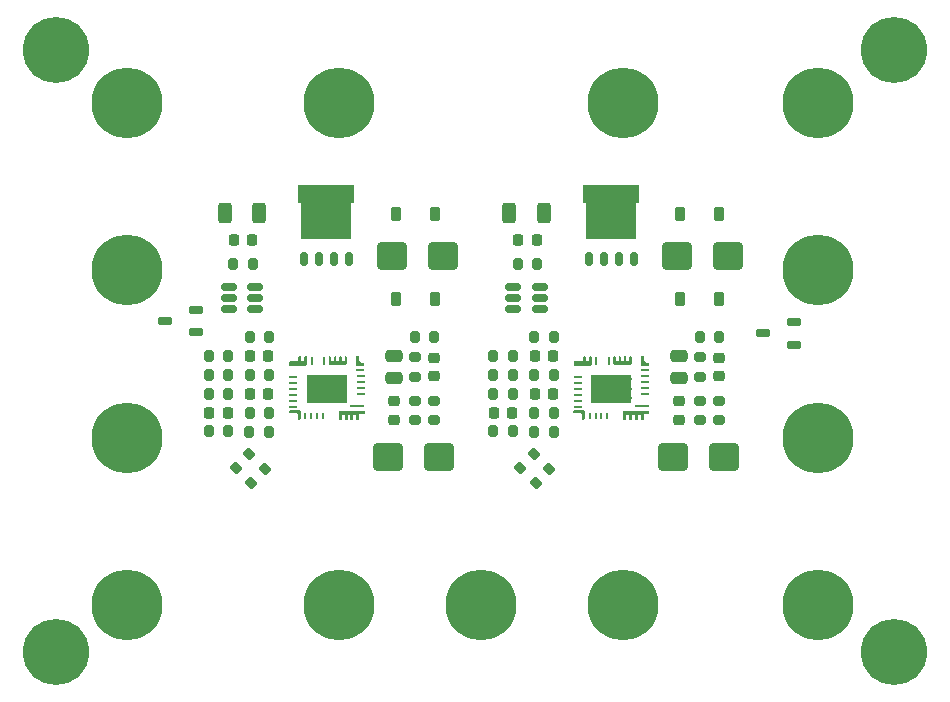
<source format=gts>
%TF.GenerationSoftware,KiCad,Pcbnew,9.0.4*%
%TF.CreationDate,2025-10-02T00:25:35-07:00*%
%TF.ProjectId,PowerBoard,506f7765-7242-46f6-9172-642e6b696361,1*%
%TF.SameCoordinates,Original*%
%TF.FileFunction,Soldermask,Top*%
%TF.FilePolarity,Negative*%
%FSLAX46Y46*%
G04 Gerber Fmt 4.6, Leading zero omitted, Abs format (unit mm)*
G04 Created by KiCad (PCBNEW 9.0.4) date 2025-10-02 00:25:35*
%MOMM*%
%LPD*%
G01*
G04 APERTURE LIST*
G04 Aperture macros list*
%AMRoundRect*
0 Rectangle with rounded corners*
0 $1 Rounding radius*
0 $2 $3 $4 $5 $6 $7 $8 $9 X,Y pos of 4 corners*
0 Add a 4 corners polygon primitive as box body*
4,1,4,$2,$3,$4,$5,$6,$7,$8,$9,$2,$3,0*
0 Add four circle primitives for the rounded corners*
1,1,$1+$1,$2,$3*
1,1,$1+$1,$4,$5*
1,1,$1+$1,$6,$7*
1,1,$1+$1,$8,$9*
0 Add four rect primitives between the rounded corners*
20,1,$1+$1,$2,$3,$4,$5,0*
20,1,$1+$1,$4,$5,$6,$7,0*
20,1,$1+$1,$6,$7,$8,$9,0*
20,1,$1+$1,$8,$9,$2,$3,0*%
%AMFreePoly0*
4,1,9,2.975000,-2.350000,1.425000,-2.350000,1.425000,-2.100000,-1.650000,-2.100000,-1.650000,2.100000,1.425000,2.100000,1.425000,2.350000,2.975000,2.350000,2.975000,-2.350000,2.975000,-2.350000,$1*%
%AMFreePoly1*
4,1,13,0.175001,0.249999,0.175001,-0.475001,0.125001,-0.525001,-0.074999,-0.525001,-0.124998,-0.475001,-0.124998,-0.050000,-0.224998,0.049999,-0.474998,0.049999,-0.525000,0.099999,-0.524998,0.249999,-0.474998,0.299999,0.125001,0.299999,0.175001,0.249999,0.175001,0.249999,$1*%
%AMFreePoly2*
4,1,17,0.099997,0.600002,0.099997,0.200003,0.199999,0.100003,0.774997,0.100003,0.824999,0.050003,0.824997,-0.099997,0.774997,-0.149999,-0.025002,-0.149999,-0.054092,-0.120907,-0.075001,-0.112247,-0.112247,-0.075001,-0.120907,-0.054092,-0.150003,-0.024998,-0.150003,0.600002,-0.100003,0.650002,0.049997,0.650002,0.099997,0.600002,0.099997,0.600002,$1*%
G04 Aperture macros list end*
%ADD10C,0.000000*%
%ADD11RoundRect,0.175000X-0.175000X-0.400000X0.175000X-0.400000X0.175000X0.400000X-0.175000X0.400000X0*%
%ADD12FreePoly0,90.000000*%
%ADD13RoundRect,0.250000X1.000000X0.900000X-1.000000X0.900000X-1.000000X-0.900000X1.000000X-0.900000X0*%
%ADD14RoundRect,0.225000X-0.225000X-0.375000X0.225000X-0.375000X0.225000X0.375000X-0.225000X0.375000X0*%
%ADD15RoundRect,0.250000X0.312500X0.625000X-0.312500X0.625000X-0.312500X-0.625000X0.312500X-0.625000X0*%
%ADD16R,0.650001X0.249999*%
%ADD17R,0.700001X0.249999*%
%ADD18FreePoly1,180.000000*%
%ADD19R,0.249999X0.750001*%
%ADD20FreePoly2,180.000000*%
%ADD21R,0.249999X0.599999*%
%ADD22R,1.300000X0.249999*%
%ADD23C,0.499999*%
%ADD24R,3.400001X2.350000*%
%ADD25RoundRect,0.162500X0.447500X0.162500X-0.447500X0.162500X-0.447500X-0.162500X0.447500X-0.162500X0*%
%ADD26C,6.000000*%
%ADD27RoundRect,0.200000X-0.200000X-0.275000X0.200000X-0.275000X0.200000X0.275000X-0.200000X0.275000X0*%
%ADD28RoundRect,0.225000X0.225000X0.250000X-0.225000X0.250000X-0.225000X-0.250000X0.225000X-0.250000X0*%
%ADD29RoundRect,0.200000X0.200000X0.275000X-0.200000X0.275000X-0.200000X-0.275000X0.200000X-0.275000X0*%
%ADD30RoundRect,0.150000X-0.512500X-0.150000X0.512500X-0.150000X0.512500X0.150000X-0.512500X0.150000X0*%
%ADD31C,5.600000*%
%ADD32RoundRect,0.200000X-0.053033X0.335876X-0.335876X0.053033X0.053033X-0.335876X0.335876X-0.053033X0*%
%ADD33RoundRect,0.225000X-0.250000X0.225000X-0.250000X-0.225000X0.250000X-0.225000X0.250000X0.225000X0*%
%ADD34RoundRect,0.225000X0.250000X-0.225000X0.250000X0.225000X-0.250000X0.225000X-0.250000X-0.225000X0*%
%ADD35RoundRect,0.200000X-0.275000X0.200000X-0.275000X-0.200000X0.275000X-0.200000X0.275000X0.200000X0*%
%ADD36RoundRect,0.250000X0.475000X-0.250000X0.475000X0.250000X-0.475000X0.250000X-0.475000X-0.250000X0*%
%ADD37RoundRect,0.200000X0.275000X-0.200000X0.275000X0.200000X-0.275000X0.200000X-0.275000X-0.200000X0*%
G04 APERTURE END LIST*
D10*
%TO.C,U12*%
G36*
X157406445Y-102981750D02*
G01*
X157406445Y-103331750D01*
X157456445Y-103381752D01*
X157606445Y-103381749D01*
X157656447Y-103331752D01*
X157656447Y-102981750D01*
X157706447Y-102931750D01*
X157856447Y-102931750D01*
X157906447Y-102981750D01*
X157906447Y-103631751D01*
X157781446Y-103781751D01*
X156406445Y-103781751D01*
X156356447Y-103731751D01*
X156356447Y-103431752D01*
X156406447Y-103381752D01*
X157106448Y-103381752D01*
X157156446Y-103331752D01*
X157156446Y-102981750D01*
X157206446Y-102931750D01*
X157356448Y-102931750D01*
X157406445Y-102981750D01*
G37*
G36*
X159906445Y-102981750D02*
G01*
X159906445Y-103331750D01*
X159956445Y-103381749D01*
X160106445Y-103381749D01*
X160156445Y-103331750D01*
X160156445Y-102981750D01*
X160206447Y-102931750D01*
X160306447Y-102931750D01*
X160356447Y-102981750D01*
X160356444Y-103331750D01*
X160406447Y-103381749D01*
X160556447Y-103381749D01*
X160606444Y-103331750D01*
X160606444Y-102981750D01*
X160656444Y-102931750D01*
X160756446Y-102931750D01*
X160806446Y-102981750D01*
X160806446Y-103331750D01*
X160856446Y-103381749D01*
X161006446Y-103381749D01*
X161056446Y-103331750D01*
X161056446Y-102981750D01*
X161106445Y-102931750D01*
X161206445Y-102931750D01*
X161256445Y-102981750D01*
X161256445Y-103556750D01*
X161131447Y-103681749D01*
X159831447Y-103681749D01*
X159706446Y-103556750D01*
X159706446Y-102981750D01*
X159756446Y-102931750D01*
X159856445Y-102931750D01*
X159906445Y-102981750D01*
G37*
G36*
X162706445Y-107556750D02*
G01*
X162756447Y-107606747D01*
X162756445Y-107756750D01*
X162706445Y-107806749D01*
X162356445Y-107806749D01*
X162306446Y-107856749D01*
X162306446Y-108281750D01*
X162256446Y-108331750D01*
X162106446Y-108331750D01*
X162056446Y-108281750D01*
X162056446Y-107931750D01*
X162006446Y-107881751D01*
X161856446Y-107881751D01*
X161806447Y-107931750D01*
X161806447Y-108281750D01*
X161756447Y-108331750D01*
X161606444Y-108331750D01*
X161556445Y-108281750D01*
X161556445Y-107931750D01*
X161506447Y-107881751D01*
X161356447Y-107881751D01*
X161306445Y-107931750D01*
X161306445Y-108281750D01*
X161256445Y-108331750D01*
X161106445Y-108331750D01*
X161056446Y-108281750D01*
X161056446Y-107931750D01*
X161006446Y-107881751D01*
X160856446Y-107881751D01*
X160806446Y-107931750D01*
X160806446Y-108281750D01*
X160756446Y-108331750D01*
X160606446Y-108331750D01*
X160556447Y-108281750D01*
X160556447Y-107606747D01*
X160606446Y-107556747D01*
X162706445Y-107556750D01*
G37*
%TO.C,U14*%
G36*
X138606445Y-107556750D02*
G01*
X138656447Y-107606747D01*
X138656445Y-107756750D01*
X138606445Y-107806749D01*
X138256445Y-107806749D01*
X138206446Y-107856749D01*
X138206446Y-108281750D01*
X138156446Y-108331750D01*
X138006446Y-108331750D01*
X137956446Y-108281750D01*
X137956446Y-107931750D01*
X137906446Y-107881751D01*
X137756446Y-107881751D01*
X137706447Y-107931750D01*
X137706447Y-108281750D01*
X137656447Y-108331750D01*
X137506444Y-108331750D01*
X137456445Y-108281750D01*
X137456445Y-107931750D01*
X137406447Y-107881751D01*
X137256447Y-107881751D01*
X137206445Y-107931750D01*
X137206445Y-108281750D01*
X137156445Y-108331750D01*
X137006445Y-108331750D01*
X136956446Y-108281750D01*
X136956446Y-107931750D01*
X136906446Y-107881751D01*
X136756446Y-107881751D01*
X136706446Y-107931750D01*
X136706446Y-108281750D01*
X136656446Y-108331750D01*
X136506446Y-108331750D01*
X136456447Y-108281750D01*
X136456447Y-107606747D01*
X136506446Y-107556747D01*
X138606445Y-107556750D01*
G37*
G36*
X135806445Y-102981750D02*
G01*
X135806445Y-103331750D01*
X135856445Y-103381749D01*
X136006445Y-103381749D01*
X136056445Y-103331750D01*
X136056445Y-102981750D01*
X136106447Y-102931750D01*
X136206447Y-102931750D01*
X136256447Y-102981750D01*
X136256444Y-103331750D01*
X136306447Y-103381749D01*
X136456447Y-103381749D01*
X136506444Y-103331750D01*
X136506444Y-102981750D01*
X136556444Y-102931750D01*
X136656446Y-102931750D01*
X136706446Y-102981750D01*
X136706446Y-103331750D01*
X136756446Y-103381749D01*
X136906446Y-103381749D01*
X136956446Y-103331750D01*
X136956446Y-102981750D01*
X137006445Y-102931750D01*
X137106445Y-102931750D01*
X137156445Y-102981750D01*
X137156445Y-103556750D01*
X137031447Y-103681749D01*
X135731447Y-103681749D01*
X135606446Y-103556750D01*
X135606446Y-102981750D01*
X135656446Y-102931750D01*
X135756445Y-102931750D01*
X135806445Y-102981750D01*
G37*
G36*
X133306445Y-102981750D02*
G01*
X133306445Y-103331750D01*
X133356445Y-103381752D01*
X133506445Y-103381749D01*
X133556447Y-103331752D01*
X133556447Y-102981750D01*
X133606447Y-102931750D01*
X133756447Y-102931750D01*
X133806447Y-102981750D01*
X133806447Y-103631751D01*
X133681446Y-103781751D01*
X132306445Y-103781751D01*
X132256447Y-103731751D01*
X132256447Y-103431752D01*
X132306447Y-103381752D01*
X133006448Y-103381752D01*
X133056446Y-103331752D01*
X133056446Y-102981750D01*
X133106446Y-102931750D01*
X133256448Y-102931750D01*
X133306445Y-102981750D01*
G37*
%TD*%
D11*
%TO.C,Q4*%
X136061447Y-94670000D03*
X134781447Y-94670000D03*
X133511447Y-94670000D03*
X137331447Y-94670000D03*
D12*
X135421447Y-91400000D03*
%TD*%
%TO.C,Q3*%
X159521447Y-91400000D03*
D11*
X161431447Y-94670000D03*
X157611447Y-94670000D03*
X158881447Y-94670000D03*
X160161447Y-94670000D03*
%TD*%
D13*
%TO.C,D10*%
X169391447Y-94481750D03*
X165091447Y-94481750D03*
%TD*%
D14*
%TO.C,D12*%
X165391447Y-90881750D03*
X168691447Y-90881750D03*
%TD*%
%TO.C,D11*%
X165391447Y-98081750D03*
X168691447Y-98081750D03*
%TD*%
D15*
%TO.C,R50*%
X153841447Y-90806750D03*
X150916447Y-90806750D03*
%TD*%
D16*
%TO.C,U12*%
X162431447Y-106131749D03*
X162431447Y-105631750D03*
X162431447Y-105131751D03*
X162431447Y-104631749D03*
D17*
X162406445Y-104131750D03*
D18*
X162231447Y-103456751D03*
D19*
X159331445Y-103306751D03*
X158281445Y-103306751D03*
D16*
X156681445Y-104706751D03*
X156681445Y-105206750D03*
X156681445Y-105706751D03*
X156681445Y-106206750D03*
X156681445Y-106706749D03*
X156681445Y-107206751D03*
D20*
X157181444Y-107681748D03*
D21*
X157706447Y-108031750D03*
X158206446Y-108031750D03*
X158706445Y-108031750D03*
X159206447Y-108031750D03*
D22*
X162106446Y-107181749D03*
D23*
X161006446Y-106506750D03*
X161006446Y-105706751D03*
X161006446Y-104906750D03*
X160146445Y-106506750D03*
X160146445Y-105706751D03*
X160146445Y-104906750D03*
D24*
X159556446Y-105706751D03*
D23*
X158966447Y-106506750D03*
X158966447Y-105706751D03*
X158966447Y-104906750D03*
X158106446Y-106506750D03*
X158106446Y-105706751D03*
X158106446Y-104906750D03*
%TD*%
%TO.C,U14*%
X134006446Y-104906750D03*
X134006446Y-105706751D03*
X134006446Y-106506750D03*
X134866447Y-104906750D03*
X134866447Y-105706751D03*
X134866447Y-106506750D03*
D24*
X135456446Y-105706751D03*
D23*
X136046445Y-104906750D03*
X136046445Y-105706751D03*
X136046445Y-106506750D03*
X136906446Y-104906750D03*
X136906446Y-105706751D03*
X136906446Y-106506750D03*
D22*
X138006446Y-107181749D03*
D21*
X135106447Y-108031750D03*
X134606445Y-108031750D03*
X134106446Y-108031750D03*
X133606447Y-108031750D03*
D20*
X133081444Y-107681748D03*
D16*
X132581445Y-107206751D03*
X132581445Y-106706749D03*
X132581445Y-106206750D03*
X132581445Y-105706751D03*
X132581445Y-105206750D03*
X132581445Y-104706751D03*
D19*
X134181445Y-103306751D03*
X135231445Y-103306751D03*
D18*
X138131447Y-103456751D03*
D17*
X138306445Y-104131750D03*
D16*
X138331447Y-104631749D03*
X138331447Y-105131751D03*
X138331447Y-105631750D03*
X138331447Y-106131749D03*
%TD*%
D25*
%TO.C,Q44*%
X124410000Y-100900000D03*
X124410000Y-99000000D03*
X121790000Y-99950000D03*
%TD*%
D26*
%TO.C,TP19*%
X177000000Y-109833333D03*
%TD*%
%TO.C,TP24*%
X177000000Y-95666667D03*
%TD*%
%TO.C,*%
X177000000Y-81500000D03*
%TD*%
%TO.C,TP20*%
X118500000Y-109833333D03*
%TD*%
D27*
%TO.C,R52*%
X130566447Y-107731750D03*
X128916447Y-107731750D03*
%TD*%
D28*
%TO.C,C56*%
X153066447Y-106131750D03*
X154616447Y-106131750D03*
%TD*%
D29*
%TO.C,R51*%
X151616447Y-95100000D03*
X153266447Y-95100000D03*
%TD*%
D26*
%TO.C,TP9*%
X136500000Y-124000000D03*
%TD*%
D30*
%TO.C,U13*%
X153516447Y-97056750D03*
X153516447Y-98006750D03*
X153516447Y-98956750D03*
X151241447Y-98956750D03*
X151241447Y-98006750D03*
X151241447Y-97056750D03*
%TD*%
D31*
%TO.C,H1*%
X112500000Y-77000000D03*
%TD*%
D14*
%TO.C,D16*%
X144591447Y-90881750D03*
X141291447Y-90881750D03*
%TD*%
D15*
%TO.C,R63*%
X126816447Y-90806750D03*
X129741447Y-90806750D03*
%TD*%
D26*
%TO.C,TP11*%
X136500000Y-81500000D03*
%TD*%
%TO.C,TP12*%
X118500000Y-81500000D03*
%TD*%
D32*
%TO.C,R110*%
X153133274Y-113666726D03*
X154300000Y-112500000D03*
%TD*%
D29*
%TO.C,C59*%
X153016447Y-104531750D03*
X154666447Y-104531750D03*
%TD*%
D33*
%TO.C,C68*%
X141141447Y-108300000D03*
X141141447Y-106750000D03*
%TD*%
D27*
%TO.C,R41*%
X151200000Y-104531750D03*
X149550000Y-104531750D03*
%TD*%
D28*
%TO.C,C66*%
X128966447Y-102931750D03*
X130516447Y-102931750D03*
%TD*%
D34*
%TO.C,C69*%
X144541447Y-103056750D03*
X144541447Y-104606750D03*
%TD*%
D13*
%TO.C,D13*%
X140641447Y-111431750D03*
X144941447Y-111431750D03*
%TD*%
D29*
%TO.C,R59*%
X125450000Y-102931750D03*
X127100000Y-102931750D03*
%TD*%
D28*
%TO.C,C65*%
X125500000Y-107731750D03*
X127050000Y-107731750D03*
%TD*%
D29*
%TO.C,R46*%
X149550000Y-102931750D03*
X151200000Y-102931750D03*
%TD*%
%TO.C,R42*%
X149550000Y-106131750D03*
X151200000Y-106131750D03*
%TD*%
D35*
%TO.C,R48*%
X167041447Y-108350000D03*
X167041447Y-106700000D03*
%TD*%
D26*
%TO.C,TP7*%
X160500000Y-124000000D03*
%TD*%
D31*
%TO.C,H7*%
X183500000Y-128000000D03*
%TD*%
D28*
%TO.C,C58*%
X153066447Y-102931750D03*
X154616447Y-102931750D03*
%TD*%
D36*
%TO.C,C62*%
X165241447Y-102881750D03*
X165241447Y-104781750D03*
%TD*%
D29*
%TO.C,R56*%
X128916447Y-101331750D03*
X130566447Y-101331750D03*
%TD*%
D30*
%TO.C,U15*%
X129416447Y-97056750D03*
X129416447Y-98006750D03*
X129416447Y-98956750D03*
X127141447Y-98956750D03*
X127141447Y-98006750D03*
X127141447Y-97056750D03*
%TD*%
D27*
%TO.C,R44*%
X168666447Y-101331750D03*
X167016447Y-101331750D03*
%TD*%
D37*
%TO.C,R49*%
X167041447Y-103006750D03*
X167041447Y-104656750D03*
%TD*%
D29*
%TO.C,R55*%
X125450000Y-106131750D03*
X127100000Y-106131750D03*
%TD*%
D31*
%TO.C,H2*%
X183500000Y-77000000D03*
%TD*%
D25*
%TO.C,Q42*%
X172380000Y-101000000D03*
X175000000Y-100050000D03*
X175000000Y-101950000D03*
%TD*%
D27*
%TO.C,R57*%
X144566447Y-101331750D03*
X142916447Y-101331750D03*
%TD*%
D26*
%TO.C,TP15*%
X118500000Y-124000000D03*
%TD*%
D32*
%TO.C,R115*%
X151833274Y-112366726D03*
X153000000Y-111200000D03*
%TD*%
D29*
%TO.C,R40*%
X153000000Y-109331750D03*
X154650000Y-109331750D03*
%TD*%
D32*
%TO.C,R111*%
X129033274Y-113666726D03*
X130200000Y-112500000D03*
%TD*%
D26*
%TO.C,TP8*%
X148500000Y-124000000D03*
%TD*%
D27*
%TO.C,R58*%
X127100000Y-109300000D03*
X125450000Y-109300000D03*
%TD*%
D35*
%TO.C,R60*%
X144541447Y-108350000D03*
X144541447Y-106700000D03*
%TD*%
D26*
%TO.C,TP11*%
X160500000Y-81500000D03*
%TD*%
D34*
%TO.C,C61*%
X168641447Y-103056750D03*
X168641447Y-104606750D03*
%TD*%
D28*
%TO.C,C71*%
X127566447Y-93100000D03*
X129116447Y-93100000D03*
%TD*%
D27*
%TO.C,R39*%
X154666447Y-107731750D03*
X153016447Y-107731750D03*
%TD*%
D29*
%TO.C,R43*%
X153016447Y-101331750D03*
X154666447Y-101331750D03*
%TD*%
D31*
%TO.C,H3*%
X112500000Y-128000000D03*
%TD*%
D13*
%TO.C,D14*%
X140991447Y-94481750D03*
X145291447Y-94481750D03*
%TD*%
D36*
%TO.C,C70*%
X141141447Y-102881750D03*
X141141447Y-104781750D03*
%TD*%
D29*
%TO.C,C67*%
X128916447Y-104531750D03*
X130566447Y-104531750D03*
%TD*%
D27*
%TO.C,R54*%
X127100000Y-104531750D03*
X125450000Y-104531750D03*
%TD*%
D29*
%TO.C,R53*%
X128900000Y-109331750D03*
X130550000Y-109331750D03*
%TD*%
D27*
%TO.C,R45*%
X151200000Y-109300000D03*
X149550000Y-109300000D03*
%TD*%
D28*
%TO.C,C63*%
X151666447Y-93100000D03*
X153216447Y-93100000D03*
%TD*%
D33*
%TO.C,C60*%
X165241447Y-108300000D03*
X165241447Y-106750000D03*
%TD*%
D14*
%TO.C,D15*%
X144591447Y-98081750D03*
X141291447Y-98081750D03*
%TD*%
D26*
%TO.C,TP14*%
X177000000Y-124000000D03*
%TD*%
D29*
%TO.C,R64*%
X127516447Y-95100000D03*
X129166447Y-95100000D03*
%TD*%
D32*
%TO.C,R116*%
X127733274Y-112366726D03*
X128900000Y-111200000D03*
%TD*%
D26*
%TO.C,TP25*%
X118500000Y-95666667D03*
%TD*%
D35*
%TO.C,R47*%
X168641447Y-108350000D03*
X168641447Y-106700000D03*
%TD*%
D37*
%TO.C,R62*%
X142941447Y-103006750D03*
X142941447Y-104656750D03*
%TD*%
D13*
%TO.C,D9*%
X164741447Y-111431750D03*
X169041447Y-111431750D03*
%TD*%
D28*
%TO.C,C64*%
X128966447Y-106131750D03*
X130516447Y-106131750D03*
%TD*%
%TO.C,C57*%
X149600000Y-107731750D03*
X151150000Y-107731750D03*
%TD*%
D35*
%TO.C,R61*%
X142941447Y-108350000D03*
X142941447Y-106700000D03*
%TD*%
M02*

</source>
